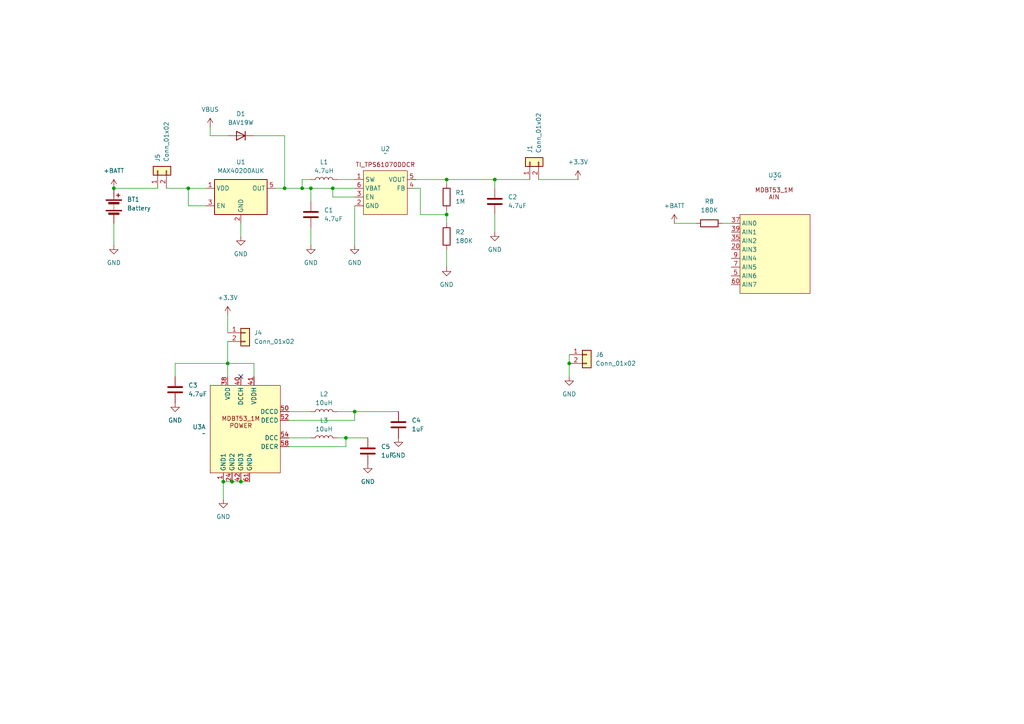
<source format=kicad_sch>
(kicad_sch (version 20231120) (generator "eeschema") (generator_version "8.0")
  (paper "A4")
  (lib_symbols
    (symbol "Analog_Switch:MAX40200AUK"
      (property "Reference" "U" (at -6.35 6.35 0))
      (property "Value" "MAX40200AUK" (at 7.62 6.35 0))
      (symbol "MAX40200AUK_1_1"
        (rectangle (start -7.62 -5.08) (end 7.62 5.08) (stroke (width 0.254)) (fill (type background)))
        (pin power_in line (at -10.16 2.54 0) (length 2.54) (name "VDD") (number "1"))
        (pin power_in line (at 0 -7.62 90) (length 2.54) (name "GND") (number "2"))
        (pin input line (at -10.16 -2.54 0) (length 2.54) (name "EN") (number "3"))
        (pin no_connect line (at 7.62 -2.54 180) (length 2.54) hide (name "NC") (number "4"))
        (pin passive line (at 10.16 2.54 180) (length 2.54) (name "OUT") (number "5"))
      )
    )
    (symbol "Connector_Generic:Conn_01x02" (pin_names (offset 1.016) hide)
      (property "Reference" "J" (at 0 2.54 0))
      (property "Value" "Conn_01x02" (at 0 -5.08 0))
      (symbol "Conn_01x02_1_1"
        (rectangle (start -1.27 -2.413) (end 0 -2.667) (stroke (width 0.1524)))
        (rectangle (start -1.27 0.127) (end 0 -0.127) (stroke (width 0.1524)))
        (rectangle (start -1.27 1.27) (end 1.27 -3.81) (stroke (width 0.254)) (fill (type background)))
        (pin passive line (at -5.08 0 0) (length 3.81) (name "Pin_1") (number "1"))
        (pin passive line (at -5.08 -2.54 0) (length 3.81) (name "Pin_2") (number "2"))
      )
    )
    (symbol "David Brown Keyboard Parts:MDBT53_1M"
      (property "Reference" "U" (at 0 12.446 0))
      (symbol "MDBT53_1M_1_1"
        (rectangle (start -8.89 12.7) (end 11.43 -12.7) (fill (type background)))
        (text "MDBT53_1M\nPOWER" (at 0 2.032 0) (effects (font (size 1.27 1.27))))
        (pin power_in line (at -5.08 -15.24 90) (length 2.54) (name "GND1") (number "1"))
        (pin power_in line (at -2.54 -15.24 90) (length 2.54) (name "GND2") (number "24"))
        (pin power_in line (at -3.81 15.24 270) (length 2.54) (name "VDD") (number "38"))
        (pin power_in line (at 0 15.24 270) (length 2.54) (name "DCCH") (number "40"))
        (pin power_in line (at 3.81 15.24 270) (length 2.54) (name "VDDH") (number "41"))
        (pin power_in line (at 0 -15.24 90) (length 2.54) (name "GND3") (number "42"))
        (pin bidirectional line (at 13.97 5.08 180) (length 2.54) (name "DCCD") (number "50"))
        (pin bidirectional line (at 13.97 2.54 180) (length 2.54) (name "DECD") (number "52"))
        (pin bidirectional line (at 13.97 -2.54 180) (length 2.54) (name "DCC") (number "54"))
        (pin bidirectional line (at 13.97 -5.08 180) (length 2.54) (name "DECR") (number "58"))
        (pin power_in line (at 2.54 -15.24 90) (length 2.54) (name "GND4") (number "61"))
      )
      (symbol "MDBT53_1M_2_1"
        (rectangle (start -6.35 5.08) (end 6.35 -2.54) (fill (type background)))
        (text "MDBG53_1V_Clock\n" (at 0 10.414 0) (effects (font (size 1.27 1.27))))
        (pin bidirectional line (at -8.89 2.54 0) (length 2.54) (name "XL1/P0.00") (number "34"))
        (pin bidirectional line (at -8.89 0 0) (length 2.54) (name "XL2/P0.01") (number "36"))
      )
      (symbol "MDBT53_1M_3_1"
        (rectangle (start -7.62 12.7) (end 10.16 -12.7) (fill (type background)))
        (text "MDBT53_1M\nSWD" (at 0 6.604 0) (effects (font (size 1.27 1.27))))
        (pin power_in line (at 0 -15.24 90) (length 2.54) (name "GND1") (number "1"))
        (pin bidirectional line (at 12.7 -2.54 180) (length 2.54) (name "TRACEDATA0") (number "17"))
        (pin output line (at 12.7 2.54 180) (length 2.54) (name "SWDCLK") (number "2"))
        (pin bidirectional line (at 12.7 0 180) (length 2.54) (name "SWDIO") (number "4"))
        (pin input line (at -10.16 0 0) (length 2.54) (name "RESET") (number "6"))
      )
      (symbol "MDBT53_1M_4_1"
        (rectangle (start -10.16 10.16) (end 10.16 -11.43) (fill (type background)))
        (text "MDBT53_1M\nQSPI" (at 0 16.51 0) (effects (font (size 1.27 1.27))))
        (pin output line (at 10.16 5.08 180) (length 2.54) (name "QSPI_CSN") (number "16"))
        (pin output line (at 10.16 0 180) (length 2.54) (name "QSPI_0") (number "21"))
        (pin output line (at 10.16 -5.08 180) (length 2.54) (name "QSPI_2") (number "23"))
        (pin output line (at 10.16 7.62 180) (length 2.54) (name "QSPI_SCK") (number "26"))
        (pin output line (at 10.16 -2.54 180) (length 2.54) (name "QSPI_1") (number "27"))
        (pin output line (at 10.16 -7.62 180) (length 2.54) (name "QSPI_3") (number "28"))
      )
      (symbol "MDBT53_1M_5_0"
        (pin bidirectional line (at 12.7 -20.32 180) (length 2.54) (name "P0.21") (number "12"))
        (pin bidirectional line (at 12.7 -17.78 180) (length 2.54) (name "P0.20") (number "13"))
        (pin bidirectional line (at 12.7 -15.24 180) (length 2.54) (name "P0.19") (number "14"))
        (pin bidirectional line (at 12.7 2.54 180) (length 2.54) (name "P0.12") (number "15"))
        (pin bidirectional line (at 12.7 -12.7 180) (length 2.54) (name "P0.18") (number "16"))
        (pin bidirectional line (at 12.7 5.08 180) (length 2.54) (name "P0.11") (number "17"))
        (pin bidirectional line (at 12.7 7.62 180) (length 2.54) (name "P0.10") (number "18"))
        (pin bidirectional line (at 12.7 10.16 180) (length 2.54) (name "P0.09") (number "19"))
        (pin bidirectional line (at 12.7 15.24 180) (length 2.54) (name "P0.07") (number "20"))
        (pin bidirectional line (at 12.7 0 180) (length 2.54) (name "P0.13") (number "21"))
        (pin bidirectional line (at 12.7 -5.08 180) (length 2.54) (name "P0.15") (number "23"))
        (pin bidirectional line (at 12.7 -22.86 180) (length 2.54) (name "P0.22") (number "25"))
        (pin bidirectional line (at 12.7 -10.16 180) (length 2.54) (name "P0.17") (number "26"))
        (pin bidirectional line (at 12.7 -2.54 180) (length 2.54) (name "P0.14") (number "27"))
        (pin bidirectional line (at 12.7 -7.62 180) (length 2.54) (name "P0.16") (number "28"))
        (pin bidirectional line (at 12.7 12.7 180) (length 2.54) (name "P0.08") (number "29"))
        (pin bidirectional line (at 12.7 25.4 180) (length 2.54) (name "P0.03") (number "30"))
        (pin bidirectional line (at 12.7 27.94 180) (length 2.54) (name "P0.02") (number "32"))
        (pin bidirectional line (at 12.7 17.78 180) (length 2.54) (name "P0.06") (number "35"))
        (pin bidirectional line (at 12.7 22.86 180) (length 2.54) (name "P0.04") (number "37"))
        (pin bidirectional line (at 12.7 20.32 180) (length 2.54) (name "P0.05") (number "39"))
        (pin bidirectional line (at 12.7 -35.56 180) (length 2.54) (name "P0.27") (number "5"))
        (pin bidirectional line (at 12.7 -45.72 180) (length 2.54) (name "P0.31") (number "56"))
        (pin bidirectional line (at 12.7 -43.18 180) (length 2.54) (name "P0.30") (number "57"))
        (pin bidirectional line (at 12.7 -38.1 180) (length 2.54) (name "P0.28") (number "60"))
        (pin bidirectional line (at 12.7 -25.4 180) (length 2.54) (name "P0.23") (number "62"))
        (pin bidirectional line (at 12.7 -40.64 180) (length 2.54) (name "P0.29") (number "65"))
        (pin bidirectional line (at 12.7 -33.02 180) (length 2.54) (name "P0.26") (number "7"))
        (pin bidirectional line (at 12.7 -27.94 180) (length 2.54) (name "P0.24") (number "8"))
        (pin bidirectional line (at 12.7 -30.48 180) (length 2.54) (name "P0.25") (number "9"))
      )
      (symbol "MDBT53_1M_5_1"
        (rectangle (start -10.16 35.56) (end 10.16 -48.26) (fill (type background)))
        (text "MDBT53_1M\nGPIO0" (at 0.254 41.148 0) (effects (font (size 1.27 1.27))))
      )
      (symbol "MDBT53_1M_6_0"
        (pin bidirectional line (at 12.7 2.54 180) (length 2.54) (name "P1.06") (number "10"))
        (pin bidirectional line (at 12.7 7.62 180) (length 2.54) (name "P1.04") (number "11"))
        (pin bidirectional line (at 12.7 5.08 180) (length 2.54) (name "P1.05") (number "22"))
        (pin bidirectional line (at 12.7 -2.54 180) (length 2.54) (name "P1.08") (number "3"))
        (pin bidirectional line (at 12.7 10.16 180) (length 2.54) (name "P1.03") (number "31"))
        (pin bidirectional line (at 12.7 12.7 180) (length 2.54) (name "P1.02") (number "33"))
        (pin bidirectional line (at 12.7 15.24 180) (length 2.54) (name "P1.01") (number "43"))
        (pin bidirectional line (at 12.7 17.78 180) (length 2.54) (name "P1.00") (number "45"))
        (pin bidirectional line (at 12.7 -20.32 180) (length 2.54) (name "P1.15") (number "47"))
        (pin bidirectional line (at 12.7 -17.78 180) (length 2.54) (name "P1.14") (number "49"))
        (pin bidirectional line (at 12.7 -15.24 180) (length 2.54) (name "P1.13") (number "51"))
        (pin bidirectional line (at 12.7 -12.7 180) (length 2.54) (name "P1.12") (number "53"))
        (pin bidirectional line (at 12.7 -10.16 180) (length 2.54) (name "P1.11") (number "55"))
        (pin bidirectional line (at 12.7 -7.62 180) (length 2.54) (name "P1.10") (number "59"))
        (pin bidirectional line (at 12.7 0 180) (length 2.54) (name "P1.07") (number "63"))
        (pin bidirectional line (at 12.7 -5.08 180) (length 2.54) (name "P1.09") (number "64"))
      )
      (symbol "MDBT53_1M_6_1"
        (rectangle (start -10.16 20.32) (end 10.16 -22.86) (fill (type background)))
        (text "MDBT53_1M\nGPIO1" (at 0.508 27.686 0) (effects (font (size 1.27 1.27))))
      )
      (symbol "MDBT53_1M_7_0"
        (pin input line (at -12.7 0 0) (length 2.54) (name "AIN3") (number "20"))
        (pin input line (at -12.7 2.54 0) (length 2.54) (name "AIN2") (number "35"))
        (pin input line (at -12.7 7.62 0) (length 2.54) (name "AIN0") (number "37"))
        (pin input line (at -12.7 5.08 0) (length 2.54) (name "AIN1") (number "39"))
        (pin input line (at -12.7 -7.62 0) (length 2.54) (name "AIN6") (number "5"))
        (pin input line (at -12.7 -10.16 0) (length 2.54) (name "AIN7") (number "60"))
        (pin input line (at -12.7 -5.08 0) (length 2.54) (name "AIN5") (number "7"))
        (pin input line (at -12.7 -2.54 0) (length 2.54) (name "AIN4") (number "9"))
      )
      (symbol "MDBT53_1M_7_1"
        (rectangle (start -10.16 10.16) (end 10.16 -12.7) (fill (type background)))
        (text "MDBT53_1M\nAIN" (at -0.254 16.256 0) (effects (font (size 1.27 1.27))))
      )
      (symbol "MDBT53_1M_8_0"
        (pin power_out line (at 0 8.89 270) (length 2.54) (name "VBUS") (number "44"))
        (pin input line (at 7.62 0 180) (length 2.54) (name "D+") (number "46"))
        (pin input line (at 7.62 -2.54 180) (length 2.54) (name "D-") (number "48"))
      )
      (symbol "MDBT53_1M_8_1"
        (rectangle (start -5.08 6.35) (end 5.08 -6.35) (fill (type background)))
        (text "MDBT53_1M\nUSB" (at 0.254 -11.176 0) (effects (font (size 1.27 1.27))))
      )
    )
    (symbol "David Brown Keyboard Parts:TI_TPS61070DDCR"
      (property "Reference" "U" (at 0 10.668 0))
      (symbol "TI_TPS61070DDCR_1_1"
        (rectangle (start -6.35 6.35) (end 6.35 -6.35) (fill (type background)))
        (text "TI_TPS61070DDCR" (at 0 8.128 0) (effects (font (size 1.27 1.27))))
        (pin input line (at -8.89 3.81 0) (length 2.54) (name "SW") (number "1"))
        (pin power_in line (at -8.89 -3.81 0) (length 2.54) (name "GND") (number "2"))
        (pin input line (at -8.89 -1.27 0) (length 2.54) (name "EN") (number "3"))
        (pin input line (at 8.89 1.27 180) (length 2.54) (name "FB") (number "4"))
        (pin power_out line (at 8.89 3.81 180) (length 2.54) (name "VOUT") (number "5"))
        (pin power_in line (at -8.89 1.27 0) (length 2.54) (name "VBAT") (number "6"))
      )
    )
    (symbol "Device:Battery" (pin_numbers hide) (pin_names (offset 0) hide)
      (property "Reference" "BT" (at 2.54 2.54 0))
      (property "Value" "Battery" (at 2.54 0 0))
      (symbol "Battery_0_1"
        (rectangle (start -2.286 -1.27) (end 2.286 -1.524) (fill (type outline)))
        (rectangle (start -2.286 1.778) (end 2.286 1.524) (fill (type outline)))
        (rectangle (start -1.524 -2.032) (end 1.524 -2.54) (fill (type outline)))
        (rectangle (start -1.524 1.016) (end 1.524 0.508) (fill (type outline)))
        (polyline (pts (xy 0 -1.016) (xy 0 -0.762)))
        (polyline (pts (xy 0 -0.508) (xy 0 -0.254)))
        (polyline (pts (xy 0 0) (xy 0 0.254)))
        (polyline (pts (xy 0 1.778) (xy 0 2.54)))
        (polyline (pts (xy 0.762 3.048) (xy 1.778 3.048)) (stroke (width 0.254)))
        (polyline (pts (xy 1.27 3.556) (xy 1.27 2.54)) (stroke (width 0.254)))
      )
      (symbol "Battery_1_1"
        (pin passive line (at 0 5.08 270) (length 2.54) (name "+") (number "1"))
        (pin passive line (at 0 -5.08 90) (length 2.54) (name "-") (number "2"))
      )
    )
    (symbol "Device:C" (pin_numbers hide) (pin_names (offset 0.254))
      (property "Reference" "C" (at 0.635 2.54 0))
      (property "Value" "C" (at 0.635 -2.54 0))
      (symbol "C_0_1"
        (polyline (pts (xy -2.032 -0.762) (xy 2.032 -0.762)) (stroke (width 0.508)))
        (polyline (pts (xy -2.032 0.762) (xy 2.032 0.762)) (stroke (width 0.508)))
      )
      (symbol "C_1_1"
        (pin passive line (at 0 3.81 270) (length 2.794) (name "~") (number "1"))
        (pin passive line (at 0 -3.81 90) (length 2.794) (name "~") (number "2"))
      )
    )
    (symbol "Device:D" (pin_numbers hide) (pin_names (offset 1.016) hide)
      (property "Reference" "D" (at 0 2.54 0))
      (property "Value" "D" (at 0 -2.54 0))
      (symbol "D_0_1"
        (polyline (pts (xy -1.27 1.27) (xy -1.27 -1.27)) (stroke (width 0.254)))
        (polyline (pts (xy 1.27 0) (xy -1.27 0)))
        (polyline (pts (xy 1.27 1.27) (xy 1.27 -1.27) (xy -1.27 0) (xy 1.27 1.27)) (stroke (width 0.254)))
      )
      (symbol "D_1_1"
        (pin passive line (at -3.81 0 0) (length 2.54) (name "K") (number "1"))
        (pin passive line (at 3.81 0 180) (length 2.54) (name "A") (number "2"))
      )
    )
    (symbol "Device:L" (pin_numbers hide) (pin_names (offset 1.016) hide)
      (property "Reference" "L" (at -1.27 0 90))
      (property "Value" "L" (at 1.905 0 90))
      (symbol "L_0_1"
        (arc (start 0 -2.54) (mid 0.6323 -1.905) (end 0 -1.27))
        (arc (start 0 -1.27) (mid 0.6323 -0.635) (end 0 0))
        (arc (start 0 0) (mid 0.6323 0.635) (end 0 1.27))
        (arc (start 0 1.27) (mid 0.6323 1.905) (end 0 2.54))
      )
      (symbol "L_1_1"
        (pin passive line (at 0 3.81 270) (length 1.27) (name "1") (number "1"))
        (pin passive line (at 0 -3.81 90) (length 1.27) (name "2") (number "2"))
      )
    )
    (symbol "Device:R" (pin_numbers hide) (pin_names (offset 0))
      (property "Reference" "R" (at 2.032 0 90))
      (property "Value" "R" (at 0 0 90))
      (symbol "R_0_1"
        (rectangle (start -1.016 -2.54) (end 1.016 2.54) (stroke (width 0.254)))
      )
      (symbol "R_1_1"
        (pin passive line (at 0 3.81 270) (length 1.27) (name "~") (number "1"))
        (pin passive line (at 0 -3.81 90) (length 1.27) (name "~") (number "2"))
      )
    )
    (symbol "power:+3.3V" (power) (pin_numbers hide) (pin_names (offset 0) hide)
      (property "Value" "+3.3V" (at 0 3.556 0))
      (symbol "+3.3V_0_1"
        (polyline (pts (xy -0.762 1.27) (xy 0 2.54)))
        (polyline (pts (xy 0 0) (xy 0 2.54)))
        (polyline (pts (xy 0 2.54) (xy 0.762 1.27)))
      )
      (symbol "+3.3V_1_1"
        (pin power_in line (at 0 0 90) (length 0) (name "~") (number "1"))
      )
    )
    (symbol "power:+BATT" (power) (pin_numbers hide) (pin_names (offset 0) hide)
      (property "Value" "+BATT" (at 0 3.556 0))
      (symbol "+BATT_0_1"
        (polyline (pts (xy -0.762 1.27) (xy 0 2.54)))
        (polyline (pts (xy 0 0) (xy 0 2.54)))
        (polyline (pts (xy 0 2.54) (xy 0.762 1.27)))
      )
      (symbol "+BATT_1_1"
        (pin power_in line (at 0 0 90) (length 0) (name "~") (number "1"))
      )
    )
    (symbol "power:GND" (power) (pin_numbers hide) (pin_names (offset 0) hide)
      (property "Value" "GND" (at 0 -3.81 0))
      (symbol "GND_0_1"
        (polyline (pts (xy 0 0) (xy 0 -1.27) (xy 1.27 -1.27) (xy 0 -2.54) (xy -1.27 -1.27) (xy 0 -1.27)))
      )
      (symbol "GND_1_1"
        (pin power_in line (at 0 0 270) (length 0) (name "~") (number "1"))
      )
    )
    (symbol "power:VBUS" (power) (pin_numbers hide) (pin_names (offset 0) hide)
      (property "Value" "VBUS" (at 0 3.556 0))
      (symbol "VBUS_0_1"
        (polyline (pts (xy -0.762 1.27) (xy 0 2.54)))
        (polyline (pts (xy 0 0) (xy 0 2.54)))
        (polyline (pts (xy 0 2.54) (xy 0.762 1.27)))
      )
      (symbol "VBUS_1_1"
        (pin power_in line (at 0 0 90) (length 0) (name "~") (number "1"))
      )
    )
  )
  (junction (at 143.51 52.07))
  (junction (at 100.33 127))
  (junction (at 102.87 119.38))
  (junction (at 82.55 54.61))
  (junction (at 54.61 54.61))
  (junction (at 129.54 52.07))
  (junction (at 67.31 139.7))
  (junction (at 87.63 54.61))
  (junction (at 69.85 139.7))
  (junction (at 165.1 105.41))
  (junction (at 96.52 54.61))
  (junction (at 90.17 54.61))
  (junction (at 64.77 139.7))
  (junction (at 129.54 62.23))
  (junction (at 33.02 54.61))
  (junction (at 66.04 105.41))
  (no_connect (at 69.85 109.22))
  (wire (pts (xy 129.54 52.07) (xy 143.51 52.07)))
  (wire (pts (xy 87.63 52.07) (xy 87.63 54.61)))
  (wire (pts (xy 54.61 59.69) (xy 54.61 54.61)))
  (wire (pts (xy 165.1 105.41) (xy 165.1 109.22)))
  (wire (pts (xy 83.82 129.54) (xy 100.33 129.54)))
  (wire (pts (xy 33.02 54.61) (xy 45.72 54.61)))
  (wire (pts (xy 143.51 62.23) (xy 143.51 67.31)))
  (wire (pts (xy 66.04 105.41) (xy 66.04 109.22)))
  (wire (pts (xy 90.17 52.07) (xy 87.63 52.07)))
  (wire (pts (xy 209.55 64.77) (xy 212.09 64.77)))
  (wire (pts (xy 87.63 54.61) (xy 90.17 54.61)))
  (wire (pts (xy 143.51 52.07) (xy 143.51 54.61)))
  (wire (pts (xy 64.77 139.7) (xy 64.77 144.78)))
  (wire (pts (xy 96.52 54.61) (xy 102.87 54.61)))
  (wire (pts (xy 83.82 127) (xy 90.17 127)))
  (wire (pts (xy 90.17 54.61) (xy 90.17 58.42)))
  (wire (pts (xy 97.79 119.38) (xy 102.87 119.38)))
  (wire (pts (xy 90.17 66.04) (xy 90.17 71.12)))
  (wire (pts (xy 73.66 39.37) (xy 82.55 39.37)))
  (wire (pts (xy 59.69 59.69) (xy 54.61 59.69)))
  (wire (pts (xy 66.04 105.41) (xy 73.66 105.41)))
  (wire (pts (xy 102.87 57.15) (xy 96.52 57.15)))
  (wire (pts (xy 82.55 54.61) (xy 87.63 54.61)))
  (wire (pts (xy 50.8 105.41) (xy 66.04 105.41)))
  (wire (pts (xy 100.33 127) (xy 100.33 129.54)))
  (wire (pts (xy 121.92 62.23) (xy 129.54 62.23)))
  (wire (pts (xy 102.87 119.38) (xy 102.87 121.92)))
  (wire (pts (xy 50.8 109.22) (xy 50.8 105.41)))
  (wire (pts (xy 195.58 64.77) (xy 201.93 64.77)))
  (wire (pts (xy 73.66 109.22) (xy 73.66 105.41)))
  (wire (pts (xy 90.17 54.61) (xy 96.52 54.61)))
  (wire (pts (xy 83.82 119.38) (xy 90.17 119.38)))
  (wire (pts (xy 129.54 72.39) (xy 129.54 77.47)))
  (wire (pts (xy 129.54 62.23) (xy 129.54 64.77)))
  (wire (pts (xy 97.79 52.07) (xy 102.87 52.07)))
  (wire (pts (xy 143.51 52.07) (xy 153.67 52.07)))
  (wire (pts (xy 54.61 54.61) (xy 59.69 54.61)))
  (wire (pts (xy 100.33 127) (xy 106.68 127)))
  (wire (pts (xy 60.96 36.83) (xy 60.96 39.37)))
  (wire (pts (xy 60.96 39.37) (xy 66.04 39.37)))
  (wire (pts (xy 80.01 54.61) (xy 82.55 54.61)))
  (wire (pts (xy 67.31 139.7) (xy 69.85 139.7)))
  (wire (pts (xy 156.21 52.07) (xy 167.64 52.07)))
  (wire (pts (xy 64.77 139.7) (xy 67.31 139.7)))
  (wire (pts (xy 121.92 54.61) (xy 121.92 62.23)))
  (wire (pts (xy 129.54 52.07) (xy 129.54 53.34)))
  (wire (pts (xy 66.04 99.06) (xy 66.04 105.41)))
  (wire (pts (xy 82.55 39.37) (xy 82.55 54.61)))
  (wire (pts (xy 83.82 121.92) (xy 102.87 121.92)))
  (wire (pts (xy 48.26 54.61) (xy 54.61 54.61)))
  (wire (pts (xy 119.38 54.61) (xy 121.92 54.61)))
  (wire (pts (xy 69.85 139.7) (xy 72.39 139.7)))
  (wire (pts (xy 69.85 64.77) (xy 69.85 68.58)))
  (wire (pts (xy 33.02 64.77) (xy 33.02 71.12)))
  (wire (pts (xy 97.79 127) (xy 100.33 127)))
  (wire (pts (xy 66.04 91.44) (xy 66.04 96.52)))
  (wire (pts (xy 102.87 59.69) (xy 102.87 71.12)))
  (wire (pts (xy 119.38 52.07) (xy 129.54 52.07)))
  (wire (pts (xy 102.87 119.38) (xy 115.57 119.38)))
  (wire (pts (xy 96.52 54.61) (xy 96.52 57.15)))
  (wire (pts (xy 129.54 60.96) (xy 129.54 62.23)))
  (wire (pts (xy 165.1 102.87) (xy 165.1 105.41)))
  (symbol (lib_id "Device:C") (at 115.57 123.19 0) (unit 1)
    (property "Reference" "C4" (at 119.38 121.9199 0) (effects (justify left)))
    (property "Value" "1uF" (at 119.38 124.4599 0) (effects (justify left)))
    (property "Footprint" "Capacitor_SMD:C_0603_1608Metric" (effects (hide yes)))
    (property "Description" "Unpolarized capacitor" (effects (hide yes)))
  )
  (symbol (lib_id "power:GND") (at 129.54 77.47 0) (unit 1)
    (property "Reference" "#PWR010" (effects (hide yes)))
    (property "Value" "GND" (at 129.54 82.55 0))
    (property "Description" "Power symbol creates a global label with name \"GND\" , ground" (effects (hide yes)))
  )
  (symbol (lib_id "power:VBUS") (at 60.96 36.83 0) (unit 1)
    (property "Reference" "#PWR06" (effects (hide yes)))
    (property "Value" "VBUS" (at 60.96 31.75 0))
    (property "Description" "Power symbol creates a global label with name \"VBUS\"" (effects (hide yes)))
  )
  (symbol (lib_id "power:GND") (at 33.02 71.12 0) (unit 1)
    (property "Reference" "#PWR05" (effects (hide yes)))
    (property "Value" "GND" (at 33.02 76.2 0))
    (property "Description" "Power symbol creates a global label with name \"GND\" , ground" (effects (hide yes)))
  )
  (symbol (lib_id "power:GND") (at 50.8 116.84 0) (unit 1)
    (property "Reference" "#PWR014" (effects (hide yes)))
    (property "Value" "GND" (at 50.8 121.92 0))
    (property "Description" "Power symbol creates a global label with name \"GND\" , ground" (effects (hide yes)))
  )
  (symbol (lib_id "Device:L") (at 93.98 119.38 90) (unit 1)
    (property "Reference" "L2" (at 93.98 114.3 90))
    (property "Value" "10uH" (at 93.98 116.84 90))
    (property "Footprint" "Inductor_SMD:L_0805_2012Metric" (effects (hide yes)))
    (property "Description" "Inductor" (effects (hide yes)))
  )
  (symbol (lib_id "Analog_Switch:MAX40200AUK") (at 69.85 57.15 0) (unit 1)
    (property "Reference" "U1" (at 69.85 46.99 0))
    (property "Value" "MAX40200AUK" (at 69.85 49.53 0))
    (property "Footprint" "Package_TO_SOT_SMD:SOT-23-5" (effects (hide yes)))
    (property "Datasheet" "https://datasheets.maximintegrated.com/en/ds/MAX40200.pdf" (effects (hide yes)))
    (property "Description" "Ideal Diode, Ultra-Low Voltage Drop, 1.5-5.5V, 1A, SOT-23-5" (effects (hide yes)))
  )
  (symbol (lib_id "Device:C") (at 50.8 113.03 0) (unit 1)
    (property "Reference" "C3" (at 54.61 111.7599 0) (effects (justify left)))
    (property "Value" "4.7uF" (at 54.61 114.2999 0) (effects (justify left)))
    (property "Footprint" "Capacitor_SMD:C_0603_1608Metric" (effects (hide yes)))
    (property "Description" "Unpolarized capacitor" (effects (hide yes)))
  )
  (symbol (lib_id "Device:C") (at 106.68 130.81 0) (unit 1)
    (property "Reference" "C5" (at 110.49 129.5399 0) (effects (justify left)))
    (property "Value" "1uF" (at 110.49 132.0799 0) (effects (justify left)))
    (property "Footprint" "Capacitor_SMD:C_0603_1608Metric" (effects (hide yes)))
    (property "Description" "Unpolarized capacitor" (effects (hide yes)))
  )
  (symbol (lib_id "David Brown Keyboard Parts:MDBT53_1M") (at 224.79 72.39 0) (unit 7)
    (property "Reference" "U3" (at 224.79 50.8 0))
    (property "Value" "~" (at 224.79 52.07 0))
    (property "Footprint" "davidb-keyboard-foot:MDBT53_1M" (effects (hide yes)))
  )
  (symbol (lib_id "Device:R") (at 129.54 57.15 0) (unit 1)
    (property "Reference" "R1" (at 132.08 55.8799 0) (effects (justify left)))
    (property "Value" "1M" (at 132.08 58.4199 0) (effects (justify left)))
    (property "Footprint" "Resistor_SMD:R_0603_1608Metric" (effects (hide yes)))
    (property "Description" "Resistor" (effects (hide yes)))
  )
  (symbol (lib_id "Device:Battery") (at 33.02 59.69 0) (unit 1)
    (property "Reference" "BT1" (at 36.83 57.8484 0) (effects (justify left)))
    (property "Value" "Battery" (at 36.83 60.3884 0) (effects (justify left)))
    (property "Footprint" "davidb-keyboard-foot:BAT-2xAA-SHELL-CASE-BOX-NOSCREW" (effects (hide yes)))
    (property "Description" "Multiple-cell battery" (effects (hide yes)))
  )
  (symbol (lib_id "power:+BATT") (at 195.58 64.77 0) (unit 1)
    (property "Reference" "#PWR019" (effects (hide yes)))
    (property "Value" "+BATT" (at 195.58 59.69 0))
    (property "Description" "Power symbol creates a global label with name \"+BATT\"" (effects (hide yes)))
  )
  (symbol (lib_id "Device:R") (at 129.54 68.58 0) (unit 1)
    (property "Reference" "R2" (at 132.08 67.3099 0) (effects (justify left)))
    (property "Value" "180K" (at 132.08 69.8499 0) (effects (justify left)))
    (property "Footprint" "Resistor_SMD:R_0603_1608Metric" (effects (hide yes)))
    (property "Description" "Resistor" (effects (hide yes)))
  )
  (symbol (lib_id "Device:L") (at 93.98 52.07 90) (unit 1)
    (property "Reference" "L1" (at 93.98 46.99 90))
    (property "Value" "4.7uH" (at 93.98 49.53 90))
    (property "Footprint" "Inductor_SMD:L_0805_2012Metric" (effects (hide yes)))
    (property "Description" "Inductor" (effects (hide yes)))
  )
  (symbol (lib_id "power:GND") (at 90.17 71.12 0) (unit 1)
    (property "Reference" "#PWR08" (effects (hide yes)))
    (property "Value" "GND" (at 90.17 76.2 0))
    (property "Description" "Power symbol creates a global label with name \"GND\" , ground" (effects (hide yes)))
  )
  (symbol (lib_id "Device:D") (at 69.85 39.37 180) (unit 1)
    (property "Reference" "D1" (at 69.85 33.02 0))
    (property "Value" "BAV19W" (at 69.85 35.56 0))
    (property "Footprint" "Diode_SMD:Nexperia_CFP3_SOD-123W" (effects (hide yes)))
    (property "Description" "Diode" (effects (hide yes)))
    (property "Sim.Device" "D" (effects (hide yes)))
    (property "Sim.Pins" "1=K 2=A" (effects (hide yes)))
  )
  (symbol (lib_id "Device:C") (at 143.51 58.42 0) (unit 1)
    (property "Reference" "C2" (at 147.32 57.1499 0) (effects (justify left)))
    (property "Value" "4.7uF" (at 147.32 59.6899 0) (effects (justify left)))
    (property "Footprint" "Capacitor_SMD:C_0603_1608Metric" (effects (hide yes)))
    (property "Description" "Unpolarized capacitor" (effects (hide yes)))
  )
  (symbol (lib_id "Connector_Generic:Conn_01x02") (at 170.18 102.87 0) (unit 1)
    (property "Reference" "J6" (at 172.72 102.8699 0) (effects (justify left)))
    (property "Value" "Conn_01x02" (at 172.72 105.4099 0) (effects (justify left)))
    (property "Footprint" "Connector_PinHeader_2.54mm:PinHeader_1x02_P2.54mm_Vertical" (effects (hide yes)))
    (property "Description" "Generic connector, single row, 01x02, script generated (kicad-library-utils/schlib/autogen/connector/)" (effects (hide yes)))
  )
  (symbol (lib_id "power:GND") (at 106.68 134.62 0) (unit 1)
    (property "Reference" "#PWR034" (effects (hide yes)))
    (property "Value" "GND" (at 106.68 139.7 0))
    (property "Description" "Power symbol creates a global label with name \"GND\" , ground" (effects (hide yes)))
  )
  (symbol (lib_id "power:GND") (at 165.1 109.22 0) (unit 1)
    (property "Reference" "#PWR033" (effects (hide yes)))
    (property "Value" "GND" (at 165.1 114.3 0))
    (property "Description" "Power symbol creates a global label with name \"GND\" , ground" (effects (hide yes)))
  )
  (symbol (lib_id "Connector_Generic:Conn_01x02") (at 71.12 96.52 0) (unit 1)
    (property "Reference" "J4" (at 73.66 96.5199 0) (effects (justify left)))
    (property "Value" "Conn_01x02" (at 73.66 99.0599 0) (effects (justify left)))
    (property "Footprint" "Connector_PinHeader_2.54mm:PinHeader_1x02_P2.54mm_Vertical" (effects (hide yes)))
    (property "Description" "Generic connector, single row, 01x02, script generated (kicad-library-utils/schlib/autogen/connector/)" (effects (hide yes)))
  )
  (symbol (lib_id "Connector_Generic:Conn_01x02") (at 153.67 46.99 90) (unit 1)
    (property "Reference" "J1" (at 153.6699 44.45 0) (effects (justify left)))
    (property "Value" "Conn_01x02" (at 156.2099 44.45 0) (effects (justify left)))
    (property "Footprint" "Connector_PinHeader_2.54mm:PinHeader_1x02_P2.54mm_Vertical" (effects (hide yes)))
    (property "Description" "Generic connector, single row, 01x02, script generated (kicad-library-utils/schlib/autogen/connector/)" (effects (hide yes)))
  )
  (symbol (lib_id "power:GND") (at 115.57 127 0) (unit 1)
    (property "Reference" "#PWR035" (effects (hide yes)))
    (property "Value" "GND" (at 115.57 132.08 0))
    (property "Description" "Power symbol creates a global label with name \"GND\" , ground" (effects (hide yes)))
  )
  (symbol (lib_id "Connector_Generic:Conn_01x02") (at 45.72 49.53 90) (unit 1)
    (property "Reference" "J5" (at 45.7199 46.99 0) (effects (justify left)))
    (property "Value" "Conn_01x02" (at 48.2599 46.99 0) (effects (justify left)))
    (property "Footprint" "Connector_PinHeader_2.54mm:PinHeader_1x02_P2.54mm_Vertical" (effects (hide yes)))
    (property "Description" "Generic connector, single row, 01x02, script generated (kicad-library-utils/schlib/autogen/connector/)" (effects (hide yes)))
  )
  (symbol (lib_id "Device:R") (at 205.74 64.77 270) (unit 1)
    (property "Reference" "R8" (at 205.74 58.42 90))
    (property "Value" "180K" (at 205.74 60.96 90))
    (property "Footprint" "Resistor_SMD:R_0603_1608Metric" (effects (hide yes)))
    (property "Description" "Resistor" (effects (hide yes)))
  )
  (symbol (lib_id "Device:L") (at 93.98 127 90) (unit 1)
    (property "Reference" "L3" (at 93.98 121.92 90))
    (property "Value" "10uH" (at 93.98 124.46 90))
    (property "Footprint" "Inductor_SMD:L_0805_2012Metric" (effects (hide yes)))
    (property "Description" "Inductor" (effects (hide yes)))
  )
  (symbol (lib_id "power:GND") (at 64.77 144.78 0) (unit 1)
    (property "Reference" "#PWR015" (effects (hide yes)))
    (property "Value" "GND" (at 64.77 149.86 0))
    (property "Description" "Power symbol creates a global label with name \"GND\" , ground" (effects (hide yes)))
  )
  (symbol (lib_id "David Brown Keyboard Parts:MDBT53_1M") (at 69.85 124.46 0) (unit 1)
    (property "Reference" "U3" (at 59.69 123.8249 0) (effects (justify right)))
    (property "Value" "~" (at 59.69 125.73 0) (effects (justify right)))
    (property "Footprint" "davidb-keyboard-foot:MDBT53_1M" (effects (hide yes)))
  )
  (symbol (lib_id "power:GND") (at 143.51 67.31 0) (unit 1)
    (property "Reference" "#PWR011" (effects (hide yes)))
    (property "Value" "GND" (at 143.51 72.39 0))
    (property "Description" "Power symbol creates a global label with name \"GND\" , ground" (effects (hide yes)))
  )
  (symbol (lib_id "Device:C") (at 90.17 62.23 0) (unit 1)
    (property "Reference" "C1" (at 93.98 60.9599 0) (effects (justify left)))
    (property "Value" "4.7uF" (at 93.98 63.4999 0) (effects (justify left)))
    (property "Footprint" "Capacitor_SMD:C_0603_1608Metric" (effects (hide yes)))
    (property "Description" "Unpolarized capacitor" (effects (hide yes)))
  )
  (symbol (lib_id "power:GND") (at 69.85 68.58 0) (unit 1)
    (property "Reference" "#PWR07" (effects (hide yes)))
    (property "Value" "GND" (at 69.85 73.66 0))
    (property "Description" "Power symbol creates a global label with name \"GND\" , ground" (effects (hide yes)))
  )
  (symbol (lib_id "power:+BATT") (at 33.02 54.61 0) (unit 1)
    (property "Reference" "#PWR018" (effects (hide yes)))
    (property "Value" "+BATT" (at 33.02 49.53 0))
    (property "Description" "Power symbol creates a global label with name \"+BATT\"" (effects (hide yes)))
  )
  (symbol (lib_id "power:+3.3V") (at 66.04 91.44 0) (unit 1)
    (property "Reference" "#PWR013" (effects (hide yes)))
    (property "Value" "+3.3V" (at 66.04 86.36 0))
    (property "Description" "Power symbol creates a global label with name \"+3.3V\"" (effects (hide yes)))
  )
  (symbol (lib_id "power:GND") (at 102.87 71.12 0) (unit 1)
    (property "Reference" "#PWR09" (effects (hide yes)))
    (property "Value" "GND" (at 102.87 76.2 0))
    (property "Description" "Power symbol creates a global label with name \"GND\" , ground" (effects (hide yes)))
  )
  (symbol (lib_id "power:+3.3V") (at 167.64 52.07 0) (unit 1)
    (property "Reference" "#PWR012" (effects (hide yes)))
    (property "Value" "+3.3V" (at 167.64 46.99 0))
    (property "Description" "Power symbol creates a global label with name \"+3.3V\"" (effects (hide yes)))
  )
  (symbol (lib_id "David Brown Keyboard Parts:TI_TPS61070DDCR") (at 111.76 55.88 0) (unit 1)
    (property "Reference" "U2" (at 111.76 43.18 0))
    (property "Value" "~" (at 111.76 44.45 0))
    (property "Footprint" "Package_TO_SOT_SMD:SOT-23-6" (effects (hide yes)))
  )
)
</source>
